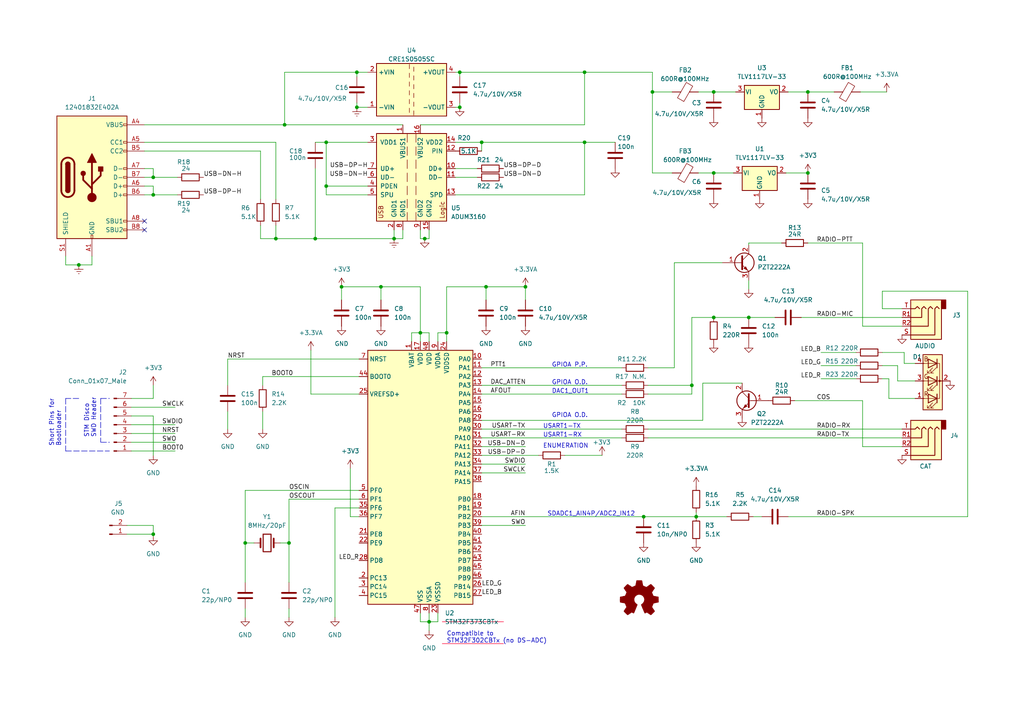
<source format=kicad_sch>
(kicad_sch (version 20211123) (generator eeschema)
  (paper "A4")
  (title_block (title "All-In-One-Cable (AIOC)") (rev "1.0"))
  (lib_symbols
    (symbol "Connector:AudioJack4"
      (property "Reference" "J" (at 0 8.89 0))
      (property "Value" "AudioJack4" (at 0 6.35 0))
      (symbol "AudioJack4_1_1"
        (pin passive line (at 5.08 -2.54 180) (length 2.54) (name "~") (number "R1"))
        (pin passive line (at 5.08 0 180) (length 2.54) (name "~") (number "R2"))
        (pin passive line (at 5.08 2.54 180) (length 2.54) (name "~") (number "S"))
        (pin passive line (at 5.08 -5.08 180) (length 2.54) (name "~") (number "T"))
      )
    )
    (symbol "Connector:Conn_01x02_Male" (pin_names (offset 1.016) hide)
      (property "Reference" "J" (at 0 2.54 0))
      (property "Value" "Conn_01x02_Male" (at 0 -5.08 0))
      (symbol "Conn_01x02_Male_1_1"
        (pin passive line (at 5.08 0 180) (length 3.81) (name "Pin_1") (number "1"))
        (pin passive line (at 5.08 -2.54 180) (length 3.81) (name "Pin_2") (number "2"))
      )
    )
    (symbol "Connector:Conn_01x07_Male" (pin_names (offset 1.016) hide)
      (property "Reference" "J" (at 0 10.16 0))
      (property "Value" "Conn_01x07_Male" (at 0 -10.16 0))
      (symbol "Conn_01x07_Male_1_1"
        (pin passive line (at 5.08 7.62 180) (length 3.81) (name "Pin_1") (number "1"))
        (pin passive line (at 5.08 5.08 180) (length 3.81) (name "Pin_2") (number "2"))
        (pin passive line (at 5.08 2.54 180) (length 3.81) (name "Pin_3") (number "3"))
        (pin passive line (at 5.08 0 180) (length 3.81) (name "Pin_4") (number "4"))
        (pin passive line (at 5.08 -2.54 180) (length 3.81) (name "Pin_5") (number "5"))
        (pin passive line (at 5.08 -5.08 180) (length 3.81) (name "Pin_6") (number "6"))
        (pin passive line (at 5.08 -7.62 180) (length 3.81) (name "Pin_7") (number "7"))
      )
    )
    (symbol "Connector:USB_C_Receptacle_USB2.0" (pin_names (offset 1.016))
      (property "Reference" "J" (at -10.16 19.05 0))
      (property "Value" "USB_C_Receptacle_USB2.0" (at 19.05 19.05 0))
      (symbol "USB_C_Receptacle_USB2.0_1_1"
        (pin passive line (at 0 -22.86 90) (length 5.08) (name "GND") (number "A1"))
        (pin passive line (at 0 -22.86 90) (length 5.08) hide (name "GND") (number "A12"))
        (pin passive line (at 15.24 15.24 180) (length 5.08) (name "VBUS") (number "A4"))
        (pin bidirectional line (at 15.24 10.16 180) (length 5.08) (name "CC1") (number "A5"))
        (pin bidirectional line (at 15.24 -2.54 180) (length 5.08) (name "D+") (number "A6"))
        (pin bidirectional line (at 15.24 2.54 180) (length 5.08) (name "D-") (number "A7"))
        (pin bidirectional line (at 15.24 -12.7 180) (length 5.08) (name "SBU1") (number "A8"))
        (pin passive line (at 15.24 15.24 180) (length 5.08) hide (name "VBUS") (number "A9"))
        (pin passive line (at 0 -22.86 90) (length 5.08) hide (name "GND") (number "B1"))
        (pin passive line (at 0 -22.86 90) (length 5.08) hide (name "GND") (number "B12"))
        (pin passive line (at 15.24 15.24 180) (length 5.08) hide (name "VBUS") (number "B4"))
        (pin bidirectional line (at 15.24 7.62 180) (length 5.08) (name "CC2") (number "B5"))
        (pin bidirectional line (at 15.24 -5.08 180) (length 5.08) (name "D+") (number "B6"))
        (pin bidirectional line (at 15.24 0 180) (length 5.08) (name "D-") (number "B7"))
        (pin bidirectional line (at 15.24 -15.24 180) (length 5.08) (name "SBU2") (number "B8"))
        (pin passive line (at 15.24 15.24 180) (length 5.08) hide (name "VBUS") (number "B9"))
        (pin passive line (at -7.62 -22.86 90) (length 5.08) (name "SHIELD") (number "S1"))
      )
    )
    (symbol "Device:C" (pin_numbers hide) (pin_names (offset 0.254))
      (property "Reference" "C" (at 0.635 2.54 0))
      (property "Value" "C" (at 0.635 -2.54 0))
      (symbol "C_1_1"
        (pin passive line (at 0 3.81 270) (length 2.794) (name "~") (number "1"))
        (pin passive line (at 0 -3.81 90) (length 2.794) (name "~") (number "2"))
      )
    )
    (symbol "Device:Crystal" (pin_numbers hide) (pin_names (offset 1.016) hide)
      (property "Reference" "Y" (at 0 3.81 0))
      (property "Value" "Crystal" (at 0 -3.81 0))
      (symbol "Crystal_1_1"
        (pin passive line (at -3.81 0 0) (length 1.27) (name "1") (number "1"))
        (pin passive line (at 3.81 0 180) (length 1.27) (name "2") (number "2"))
      )
    )
    (symbol "Device:FerriteBead" (pin_numbers hide) (pin_names (offset 0))
      (property "Reference" "FB" (at -3.81 0.635 90))
      (property "Value" "FerriteBead" (at 3.81 0 90))
      (symbol "FerriteBead_1_1"
        (pin passive line (at 0 3.81 270) (length 2.54) (name "~") (number "1"))
        (pin passive line (at 0 -3.81 90) (length 2.54) (name "~") (number "2"))
      )
    )
    (symbol "Device:LED_RKGB" (pin_names (offset 0) hide)
      (property "Reference" "D" (at 0 9.398 0))
      (property "Value" "LED_RKGB" (at 0 -8.89 0))
      (symbol "LED_RKGB_0_0"
        (text "B" (at 1.905 -6.35 0) (effects (font (size 1.27 1.27))))
        (text "G" (at 1.905 -1.27 0) (effects (font (size 1.27 1.27))))
        (text "R" (at 1.905 3.81 0) (effects (font (size 1.27 1.27))))
      )
      (symbol "LED_RKGB_1_1"
        (pin passive line (at 5.08 5.08 180) (length 2.54) (name "RA") (number "1"))
        (pin passive line (at -5.08 0 0) (length 2.54) (name "K") (number "2"))
        (pin passive line (at 5.08 0 180) (length 2.54) (name "GA") (number "3"))
        (pin passive line (at 5.08 -5.08 180) (length 2.54) (name "BA") (number "4"))
      )
    )
    (symbol "Device:R" (pin_numbers hide) (pin_names (offset 0))
      (property "Reference" "R" (at 2.032 0 90))
      (property "Value" "R" (at 0 0 90))
      (symbol "R_1_1"
        (pin passive line (at 0 3.81 270) (length 1.27) (name "~") (number "1"))
        (pin passive line (at 0 -3.81 90) (length 1.27) (name "~") (number "2"))
      )
    )
    (symbol "Graphic:Logo_Open_Hardware_Small" (pin_names (offset 1.016)))
    (symbol "Interface_USB:ADUM3160" (pin_names (offset 1.016))
      (property "Reference" "U" (at -10.16 13.97 0))
      (property "Value" "ADUM3160" (at 3.81 13.97 0))
      (symbol "ADUM3160_0_0"
        (text "Logic" (at 8.89 -12.065 900) (effects (font (size 1.27 1.27)) (justify left)))
      )
      (symbol "ADUM3160_1_0"
        (text "USB" (at -8.89 -12.065 900) (effects (font (size 1.27 1.27)) (justify left)))
      )
      (symbol "ADUM3160_1_1"
        (pin power_in line (at -2.54 15.24 270) (length 2.54) (name "VBUS1") (number "1"))
        (pin bidirectional line (at 12.7 2.54 180) (length 2.54) (name "DD+") (number "10"))
        (pin bidirectional line (at 12.7 0 180) (length 2.54) (name "DD-") (number "11"))
        (pin input line (at 12.7 7.62 180) (length 2.54) (name "PIN") (number "12"))
        (pin input line (at 12.7 -5.08 180) (length 2.54) (name "SPD") (number "13"))
        (pin power_in line (at 12.7 10.16 180) (length 2.54) (name "VDD2") (number "14"))
        (pin power_in line (at 5.08 -15.24 90) (length 2.54) (name "GND2") (number "15"))
        (pin power_in line (at 2.54 15.24 270) (length 2.54) (name "VBUS2") (number "16"))
        (pin power_in line (at -5.08 -15.24 90) (length 2.54) (name "GND1") (number "2"))
        (pin power_in line (at -12.7 10.16 0) (length 2.54) (name "VDD1") (number "3"))
        (pin input line (at -12.7 -2.54 0) (length 2.54) (name "PDEN") (number "4"))
        (pin input line (at -12.7 -5.08 0) (length 2.54) (name "SPU") (number "5"))
        (pin bidirectional line (at -12.7 0 0) (length 2.54) (name "UD-") (number "6"))
        (pin bidirectional line (at -12.7 2.54 0) (length 2.54) (name "UD+") (number "7"))
        (pin power_in line (at -2.54 -15.24 90) (length 2.54) (name "GND1") (number "8"))
        (pin power_in line (at 2.54 -15.24 90) (length 2.54) (name "GND2") (number "9"))
      )
    )
    (symbol "MCU_ST_STM32F3:STM32F373CBTx"
      (property "Reference" "U" (at -15.24 36.83 0))
      (property "Value" "STM32F373CBTx" (at 10.16 36.83 0))
      (symbol "STM32F373CBTx_1_1"
        (pin power_in line (at -2.54 38.1 270) (length 2.54) (name "VBAT") (number "1"))
        (pin bidirectional line (at 17.78 33.02 180) (length 2.54) (name "PA0") (number "10"))
        (pin bidirectional line (at 17.78 30.48 180) (length 2.54) (name "PA1") (number "11"))
        (pin bidirectional line (at 17.78 27.94 180) (length 2.54) (name "PA2") (number "12"))
        (pin bidirectional line (at 17.78 25.4 180) (length 2.54) (name "PA3") (number "13"))
        (pin bidirectional line (at 17.78 22.86 180) (length 2.54) (name "PA4") (number "14"))
        (pin bidirectional line (at 17.78 20.32 180) (length 2.54) (name "PA5") (number "15"))
        (pin bidirectional line (at 17.78 17.78 180) (length 2.54) (name "PA6") (number "16"))
        (pin power_in line (at 0 38.1 270) (length 2.54) (name "VDD") (number "17"))
        (pin bidirectional line (at 17.78 -7.62 180) (length 2.54) (name "PB0") (number "18"))
        (pin bidirectional line (at 17.78 -10.16 180) (length 2.54) (name "PB1") (number "19"))
        (pin bidirectional line (at -17.78 -30.48 0) (length 2.54) (name "PC13") (number "2"))
        (pin bidirectional line (at 17.78 -12.7 180) (length 2.54) (name "PB2") (number "20"))
        (pin bidirectional line (at -17.78 -17.78 0) (length 2.54) (name "PE8") (number "21"))
        (pin bidirectional line (at -17.78 -20.32 0) (length 2.54) (name "PE9") (number "22"))
        (pin power_in line (at 5.08 -40.64 90) (length 2.54) (name "VSSSD") (number "23"))
        (pin power_in line (at 7.62 38.1 270) (length 2.54) (name "VDDSD") (number "24"))
        (pin power_in line (at -17.78 22.86 0) (length 2.54) (name "VREFSD+") (number "25"))
        (pin bidirectional line (at 17.78 -33.02 180) (length 2.54) (name "PB14") (number "26"))
        (pin bidirectional line (at 17.78 -35.56 180) (length 2.54) (name "PB15") (number "27"))
        (pin bidirectional line (at -17.78 -25.4 0) (length 2.54) (name "PD8") (number "28"))
        (pin bidirectional line (at 17.78 15.24 180) (length 2.54) (name "PA8") (number "29"))
        (pin bidirectional line (at -17.78 -33.02 0) (length 2.54) (name "PC14") (number "3"))
        (pin bidirectional line (at 17.78 12.7 180) (length 2.54) (name "PA9") (number "30"))
        (pin bidirectional line (at 17.78 10.16 180) (length 2.54) (name "PA10") (number "31"))
        (pin bidirectional line (at 17.78 7.62 180) (length 2.54) (name "PA11") (number "32"))
        (pin bidirectional line (at 17.78 5.08 180) (length 2.54) (name "PA12") (number "33"))
        (pin bidirectional line (at 17.78 2.54 180) (length 2.54) (name "PA13") (number "34"))
        (pin bidirectional line (at -17.78 -10.16 0) (length 2.54) (name "PF6") (number "35"))
        (pin bidirectional line (at -17.78 -12.7 0) (length 2.54) (name "PF7") (number "36"))
        (pin bidirectional line (at 17.78 0 180) (length 2.54) (name "PA14") (number "37"))
        (pin bidirectional line (at 17.78 -2.54 180) (length 2.54) (name "PA15") (number "38"))
        (pin bidirectional line (at 17.78 -15.24 180) (length 2.54) (name "PB3") (number "39"))
        (pin bidirectional line (at -17.78 -35.56 0) (length 2.54) (name "PC15") (number "4"))
        (pin bidirectional line (at 17.78 -17.78 180) (length 2.54) (name "PB4") (number "40"))
        (pin bidirectional line (at 17.78 -20.32 180) (length 2.54) (name "PB5") (number "41"))
        (pin bidirectional line (at 17.78 -22.86 180) (length 2.54) (name "PB6") (number "42"))
        (pin bidirectional line (at 17.78 -25.4 180) (length 2.54) (name "PB7") (number "43"))
        (pin input line (at -17.78 27.94 0) (length 2.54) (name "BOOT0") (number "44"))
        (pin bidirectional line (at 17.78 -27.94 180) (length 2.54) (name "PB8") (number "45"))
        (pin bidirectional line (at 17.78 -30.48 180) (length 2.54) (name "PB9") (number "46"))
        (pin power_in line (at 0 -40.64 90) (length 2.54) (name "VSS") (number "47"))
        (pin power_in line (at 2.54 38.1 270) (length 2.54) (name "VDD") (number "48"))
        (pin input line (at -17.78 -5.08 0) (length 2.54) (name "PF0") (number "5"))
        (pin input line (at -17.78 -7.62 0) (length 2.54) (name "PF1") (number "6"))
        (pin input line (at -17.78 33.02 0) (length 2.54) (name "NRST") (number "7"))
        (pin power_in line (at 2.54 -40.64 90) (length 2.54) (name "VSSA") (number "8"))
        (pin power_in line (at 5.08 38.1 270) (length 2.54) (name "VDDA") (number "9"))
      )
    )
    (symbol "Regulator_Linear:TLV1117-33" (pin_names (offset 0.254))
      (property "Reference" "U" (at -3.81 3.175 0))
      (property "Value" "TLV1117-33" (at 0 3.175 0))
      (symbol "TLV1117-33_1_1"
        (pin power_in line (at 0 -7.62 90) (length 2.54) (name "GND") (number "1"))
        (pin power_out line (at 7.62 0 180) (length 2.54) (name "VO") (number "2"))
        (pin power_in line (at -7.62 0 0) (length 2.54) (name "VI") (number "3"))
      )
    )
    (symbol "Regulator_Switching:CRE1S0505SC"
      (property "Reference" "U" (at -8.89 8.89 0))
      (property "Value" "CRE1S0505SC" (at 2.54 8.89 0))
      (symbol "CRE1S0505SC_1_1"
        (pin power_in line (at -12.7 -5.08 0) (length 2.54) (name "-VIN") (number "1"))
        (pin power_in line (at -12.7 5.08 0) (length 2.54) (name "+VIN") (number "2"))
        (pin power_out line (at 12.7 -5.08 180) (length 2.54) (name "-VOUT") (number "3"))
        (pin power_out line (at 12.7 5.08 180) (length 2.54) (name "+VOUT") (number "4"))
      )
    )
    (symbol "Transistor_BJT:PZT2222A" (pin_names (offset 0) hide)
      (property "Reference" "Q" (at 5.08 1.905 0))
      (property "Value" "PZT2222A" (at 5.08 0 0))
      (symbol "PZT2222A_1_1"
        (pin input line (at -5.08 0 0) (length 5.08) (name "B") (number "1"))
        (pin passive line (at 2.54 5.08 270) (length 2.54) (name "C") (number "2"))
        (pin passive line (at 2.54 -5.08 90) (length 2.54) (name "E") (number "3"))
      )
    )
    (symbol "power:+3.3VA" (power) (pin_names (offset 0))
      (property "Value" "+3.3VA" (at 0 3.556 0))
      (symbol "+3.3VA_1_1"
        (pin power_in line (at 0 0 90) (length 0) hide (name "+3.3VA") (number "1"))
      )
    )
    (symbol "power:+3V3" (power) (pin_names (offset 0))
      (property "Value" "+3V3" (at 0 3.556 0))
      (symbol "+3V3_1_1"
        (pin power_in line (at 0 0 90) (length 0) hide (name "+3V3") (number "1"))
      )
    )
    (symbol "power:GND" (power) (pin_names (offset 0))
      (property "Value" "GND" (at 0 -3.81 0))
      (symbol "GND_1_1"
        (pin power_in line (at 0 0 270) (length 0) hide (name "GND") (number "1"))
      )
    )
    (symbol "power:GNDREF" (power) (pin_names (offset 0))
      (property "Value" "GNDREF" (at 0 -3.81 0))
      (symbol "GNDREF_1_1"
        (pin power_in line (at 0 0 270) (length 0) hide (name "GNDREF") (number "1"))
      )
    )
  )
  (junction (at 44.45 154.94))
  (junction (at 123.19 69.215))
  (junction (at 44.45 56.515))
  (junction (at 133.35 20.955))
  (junction (at 169.545 41.275))
  (junction (at 22.86 76.835))
  (junction (at 139.7 41.275))
  (junction (at 129.54 96.52))
  (junction (at 207.01 50.165))
  (junction (at 207.01 26.67))
  (junction (at 103.505 31.115))
  (junction (at 44.45 51.435))
  (junction (at 140.97 83.185))
  (junction (at 94.615 41.275))
  (junction (at 189.23 26.67))
  (junction (at 201.93 149.86))
  (junction (at 114.3 69.215))
  (junction (at 91.44 69.215))
  (junction (at 94.615 53.975))
  (junction (at 82.55 36.195))
  (junction (at 121.92 96.52))
  (junction (at 152.4 83.185))
  (junction (at 207.01 92.075))
  (junction (at 234.315 50.165))
  (junction (at 217.17 92.075))
  (junction (at 99.06 83.185))
  (junction (at 110.49 83.185))
  (junction (at 71.12 157.48))
  (junction (at 133.35 31.115))
  (junction (at 124.46 180.34))
  (junction (at 169.545 20.955))
  (junction (at 186.69 149.86))
  (junction (at 83.82 157.48))
  (junction (at 200.66 111.76))
  (junction (at 103.505 20.955))
  (junction (at 234.315 26.67))
  (junction (at 80.01 69.215))
  (no_connect (at 41.91 66.675))
  (no_connect (at 41.91 64.135))
  (wire (pts (xy 200.66 114.3) (xy 200.66 111.76)))
  (wire (pts (xy 121.92 83.185) (xy 110.49 83.185)))
  (wire (pts (xy 124.46 180.34) (xy 124.46 182.88)))
  (wire (pts (xy 121.92 99.06) (xy 121.92 96.52)))
  (wire (pts (xy 250.19 94.615) (xy 250.19 70.485)))
  (wire (pts (xy 44.45 56.515) (xy 51.435 56.515)))
  (wire (pts (xy 82.55 20.955) (xy 103.505 20.955)))
  (wire (pts (xy 124.46 96.52) (xy 124.46 99.06)))
  (wire (pts (xy 139.7 137.16) (xy 152.4 137.16)))
  (wire (pts (xy 169.545 56.515) (xy 169.545 41.275)))
  (wire (pts (xy 195.58 106.68) (xy 195.58 76.2)))
  (wire (pts (xy 280.67 149.86) (xy 280.67 84.455)))
  (wire (pts (xy 202.565 26.67) (xy 207.01 26.67)))
  (wire (pts (xy 83.82 144.78) (xy 83.82 157.48)))
  (wire (pts (xy 163.83 132.08) (xy 174.625 132.08)))
  (wire (pts (xy 66.04 104.14) (xy 66.04 111.76)))
  (wire (pts (xy 91.44 48.895) (xy 91.44 69.215)))
  (wire (pts (xy 41.91 41.275) (xy 80.01 41.275)))
  (wire (pts (xy 121.92 66.675) (xy 121.92 69.215)))
  (wire (pts (xy 217.17 71.12) (xy 217.17 70.485)))
  (wire (pts (xy 139.7 41.275) (xy 169.545 41.275)))
  (wire (pts (xy 140.97 83.185) (xy 140.97 86.995)))
  (wire (pts (xy 132.08 20.955) (xy 133.35 20.955)))
  (polyline (pts (xy 22.86 115.57) (xy 19.05 115.57)))
  (wire (pts (xy 80.01 69.215) (xy 75.565 69.215)))
  (wire (pts (xy 80.01 65.405) (xy 80.01 69.215)))
  (wire (pts (xy 189.23 50.165) (xy 194.945 50.165)))
  (wire (pts (xy 103.505 31.115) (xy 106.68 31.115)))
  (wire (pts (xy 44.45 152.4) (xy 44.45 154.94)))
  (wire (pts (xy 132.08 51.435) (xy 138.43 51.435)))
  (wire (pts (xy 257.81 109.855) (xy 255.905 109.855)))
  (wire (pts (xy 127 96.52) (xy 127 99.06)))
  (wire (pts (xy 94.615 53.975) (xy 94.615 56.515)))
  (wire (pts (xy 132.08 41.275) (xy 139.7 41.275)))
  (wire (pts (xy 121.92 69.215) (xy 123.19 69.215)))
  (wire (pts (xy 66.04 119.38) (xy 66.04 124.46)))
  (wire (pts (xy 80.01 41.275) (xy 80.01 57.785)))
  (wire (pts (xy 152.4 83.185) (xy 152.4 86.995)))
  (wire (pts (xy 104.14 104.14) (xy 66.04 104.14)))
  (polyline (pts (xy 29.21 115.57) (xy 29.21 128.27)))
  (wire (pts (xy 187.96 114.3) (xy 200.66 114.3)))
  (wire (pts (xy 38.1 115.57) (xy 44.45 115.57)))
  (polyline (pts (xy 19.05 130.81) (xy 31.75 130.81)))
  (wire (pts (xy 128.27 180.34) (xy 146.05 180.34)) (stroke (width 0) (color 255 0 51 1)))
  (wire (pts (xy 123.19 69.215) (xy 124.46 69.215)))
  (wire (pts (xy 44.45 115.57) (xy 44.45 111.76)))
  (wire (pts (xy 38.1 128.27) (xy 50.8 128.27)))
  (wire (pts (xy 250.19 129.54) (xy 261.62 129.54)))
  (wire (pts (xy 217.17 81.28) (xy 217.17 83.82)))
  (wire (pts (xy 71.12 157.48) (xy 73.66 157.48)))
  (wire (pts (xy 121.92 177.8) (xy 121.92 180.34)))
  (wire (pts (xy 44.45 154.94) (xy 44.45 155.575)))
  (wire (pts (xy 228.6 26.67) (xy 234.315 26.67)))
  (wire (pts (xy 97.155 147.32) (xy 97.155 179.07)))
  (wire (pts (xy 238.125 106.045) (xy 248.285 106.045)))
  (wire (pts (xy 194.945 26.67) (xy 189.23 26.67)))
  (wire (pts (xy 19.05 74.295) (xy 19.05 76.835)))
  (wire (pts (xy 71.12 157.48) (xy 71.12 168.91)))
  (wire (pts (xy 250.19 116.205) (xy 250.19 129.54)))
  (wire (pts (xy 202.565 50.165) (xy 207.01 50.165)))
  (wire (pts (xy 103.505 20.955) (xy 106.68 20.955)))
  (wire (pts (xy 110.49 83.185) (xy 110.49 86.995)))
  (wire (pts (xy 139.7 134.62) (xy 152.4 134.62)))
  (wire (pts (xy 71.12 142.24) (xy 71.12 157.48)))
  (wire (pts (xy 217.17 92.075) (xy 224.79 92.075)))
  (wire (pts (xy 139.7 127) (xy 180.34 127)))
  (wire (pts (xy 75.565 43.815) (xy 75.565 57.785)))
  (wire (pts (xy 203.835 121.92) (xy 139.7 121.92)))
  (wire (pts (xy 121.92 96.52) (xy 124.46 96.52)))
  (wire (pts (xy 232.41 92.075) (xy 261.62 92.075)))
  (wire (pts (xy 76.2 119.38) (xy 76.2 124.46)))
  (wire (pts (xy 83.82 176.53) (xy 83.82 179.07)))
  (wire (pts (xy 187.96 127) (xy 261.62 127)))
  (wire (pts (xy 44.45 120.65) (xy 44.45 132.08)))
  (wire (pts (xy 139.7 152.4) (xy 152.4 152.4)))
  (wire (pts (xy 119.38 96.52) (xy 121.92 96.52)))
  (wire (pts (xy 189.23 26.67) (xy 189.23 50.165)))
  (wire (pts (xy 227.965 50.165) (xy 234.315 50.165)))
  (wire (pts (xy 195.58 76.2) (xy 209.55 76.2)))
  (polyline (pts (xy 29.21 128.27) (xy 31.75 128.27)))
  (wire (pts (xy 38.1 125.73) (xy 50.8 125.73)))
  (wire (pts (xy 41.91 36.195) (xy 82.55 36.195)))
  (wire (pts (xy 119.38 99.06) (xy 119.38 96.52)))
  (wire (pts (xy 132.08 56.515) (xy 169.545 56.515)))
  (wire (pts (xy 41.91 53.975) (xy 44.45 53.975)))
  (wire (pts (xy 265.43 105.41) (xy 262.255 105.41)))
  (wire (pts (xy 76.2 109.22) (xy 76.2 111.76)))
  (wire (pts (xy 94.615 41.275) (xy 106.68 41.275)))
  (wire (pts (xy 38.1 118.11) (xy 50.8 118.11)))
  (wire (pts (xy 260.35 110.49) (xy 260.35 106.045)))
  (wire (pts (xy 103.505 22.225) (xy 103.505 20.955)))
  (wire (pts (xy 124.46 177.8) (xy 124.46 180.34)))
  (wire (pts (xy 80.01 69.215) (xy 91.44 69.215)))
  (wire (pts (xy 139.7 106.68) (xy 180.34 106.68)))
  (wire (pts (xy 41.91 51.435) (xy 44.45 51.435)))
  (wire (pts (xy 41.91 56.515) (xy 44.45 56.515)))
  (wire (pts (xy 260.35 106.045) (xy 255.905 106.045)))
  (wire (pts (xy 104.14 147.32) (xy 97.155 147.32)))
  (wire (pts (xy 255.905 84.455) (xy 255.905 89.535)))
  (wire (pts (xy 203.835 111.125) (xy 203.835 121.92)))
  (wire (pts (xy 114.3 69.215) (xy 116.84 69.215)))
  (wire (pts (xy 81.28 157.48) (xy 83.82 157.48)))
  (wire (pts (xy 169.545 36.195) (xy 169.545 20.955)))
  (wire (pts (xy 189.23 20.955) (xy 189.23 26.67)))
  (wire (pts (xy 200.66 92.075) (xy 207.01 92.075)))
  (wire (pts (xy 228.6 149.86) (xy 280.67 149.86)))
  (wire (pts (xy 127 177.8) (xy 127 180.34)))
  (wire (pts (xy 19.05 76.835) (xy 22.86 76.835)))
  (wire (pts (xy 139.7 124.46) (xy 180.34 124.46)))
  (wire (pts (xy 133.35 22.225) (xy 133.35 20.955)))
  (wire (pts (xy 103.505 31.115) (xy 103.505 29.845)))
  (wire (pts (xy 217.17 70.485) (xy 226.695 70.485)))
  (wire (pts (xy 101.6 135.89) (xy 101.6 149.86)))
  (wire (pts (xy 104.14 109.22) (xy 76.2 109.22)))
  (wire (pts (xy 129.54 83.185) (xy 129.54 96.52)))
  (wire (pts (xy 261.62 94.615) (xy 250.19 94.615)))
  (wire (pts (xy 91.44 41.275) (xy 94.615 41.275)))
  (wire (pts (xy 129.54 83.185) (xy 140.97 83.185)))
  (wire (pts (xy 201.93 149.86) (xy 210.82 149.86)))
  (wire (pts (xy 187.96 111.76) (xy 200.66 111.76)))
  (wire (pts (xy 238.125 109.855) (xy 248.285 109.855)))
  (wire (pts (xy 200.66 92.075) (xy 200.66 111.76)))
  (wire (pts (xy 280.67 84.455) (xy 255.905 84.455)))
  (wire (pts (xy 83.82 144.78) (xy 104.14 144.78)))
  (wire (pts (xy 201.93 148.59) (xy 201.93 149.86)))
  (wire (pts (xy 94.615 56.515) (xy 106.68 56.515)))
  (wire (pts (xy 121.92 36.195) (xy 169.545 36.195)))
  (wire (pts (xy 218.44 149.86) (xy 220.98 149.86)))
  (wire (pts (xy 83.82 157.48) (xy 83.82 168.91)))
  (wire (pts (xy 44.45 51.435) (xy 51.435 51.435)))
  (wire (pts (xy 265.43 115.57) (xy 257.81 115.57)))
  (wire (pts (xy 238.125 102.235) (xy 248.285 102.235)))
  (wire (pts (xy 139.7 41.275) (xy 139.7 43.815)))
  (wire (pts (xy 230.505 116.205) (xy 250.19 116.205)))
  (wire (pts (xy 207.01 26.67) (xy 213.36 26.67)))
  (wire (pts (xy 44.45 120.65) (xy 38.1 120.65)))
  (wire (pts (xy 91.44 69.215) (xy 114.3 69.215)))
  (wire (pts (xy 104.14 149.86) (xy 101.6 149.86)))
  (wire (pts (xy 71.12 176.53) (xy 71.12 179.07)))
  (wire (pts (xy 169.545 20.955) (xy 189.23 20.955)))
  (wire (pts (xy 234.315 26.67) (xy 241.935 26.67)))
  (wire (pts (xy 41.91 48.895) (xy 44.45 48.895)))
  (wire (pts (xy 75.565 65.405) (xy 75.565 69.215)))
  (wire (pts (xy 90.17 114.3) (xy 104.14 114.3)))
  (wire (pts (xy 121.92 83.185) (xy 121.92 96.52)))
  (wire (pts (xy 255.905 89.535) (xy 261.62 89.535)))
  (wire (pts (xy 250.19 70.485) (xy 234.315 70.485)))
  (wire (pts (xy 129.54 96.52) (xy 127 96.52)))
  (wire (pts (xy 257.81 115.57) (xy 257.81 109.855)))
  (polyline (pts (xy 19.05 115.57) (xy 19.05 130.81)))
  (wire (pts (xy 127 180.34) (xy 124.46 180.34)))
  (polyline (pts (xy 29.21 115.57) (xy 31.75 115.57)))
  (wire (pts (xy 215.265 111.125) (xy 203.835 111.125)))
  (wire (pts (xy 187.96 124.46) (xy 261.62 124.46)))
  (wire (pts (xy 139.7 111.76) (xy 180.34 111.76)))
  (wire (pts (xy 44.45 53.975) (xy 44.45 56.515)))
  (wire (pts (xy 22.86 76.835) (xy 26.67 76.835)))
  (wire (pts (xy 139.7 129.54) (xy 152.4 129.54)))
  (wire (pts (xy 41.91 43.815) (xy 75.565 43.815)))
  (wire (pts (xy 94.615 41.275) (xy 94.615 53.975)))
  (wire (pts (xy 114.3 69.215) (xy 114.3 66.675)))
  (wire (pts (xy 128.27 186.69) (xy 146.05 186.69)) (stroke (width 0) (color 255 0 51 1)))
  (wire (pts (xy 44.45 48.895) (xy 44.45 51.435)))
  (wire (pts (xy 133.35 29.845) (xy 133.35 31.115)))
  (wire (pts (xy 132.08 31.115) (xy 133.35 31.115)))
  (wire (pts (xy 139.7 114.3) (xy 180.34 114.3)))
  (wire (pts (xy 129.54 99.06) (xy 129.54 96.52)))
  (wire (pts (xy 249.555 26.67) (xy 257.175 26.67)))
  (wire (pts (xy 94.615 53.975) (xy 106.68 53.975)))
  (wire (pts (xy 124.46 180.34) (xy 121.92 180.34)))
  (wire (pts (xy 132.08 48.895) (xy 138.43 48.895)))
  (wire (pts (xy 140.97 83.185) (xy 152.4 83.185)))
  (wire (pts (xy 36.83 152.4) (xy 44.45 152.4)))
  (wire (pts (xy 99.06 83.185) (xy 99.06 86.995)))
  (wire (pts (xy 36.83 154.94) (xy 44.45 154.94)))
  (wire (pts (xy 110.49 83.185) (xy 99.06 83.185)))
  (wire (pts (xy 26.67 74.295) (xy 26.67 76.835)))
  (wire (pts (xy 265.43 110.49) (xy 260.35 110.49)))
  (wire (pts (xy 71.12 142.24) (xy 104.14 142.24)))
  (wire (pts (xy 262.255 102.235) (xy 255.905 102.235)))
  (wire (pts (xy 116.84 69.215) (xy 116.84 66.675)))
  (wire (pts (xy 186.69 149.86) (xy 201.93 149.86)))
  (wire (pts (xy 262.255 105.41) (xy 262.255 102.235)))
  (wire (pts (xy 139.7 149.86) (xy 186.69 149.86)))
  (wire (pts (xy 38.1 130.81) (xy 50.8 130.81)))
  (wire (pts (xy 139.7 132.08) (xy 156.21 132.08)))
  (wire (pts (xy 124.46 69.215) (xy 124.46 66.675)))
  (wire (pts (xy 82.55 20.955) (xy 82.55 36.195)))
  (wire (pts (xy 207.01 92.075) (xy 217.17 92.075)))
  (wire (pts (xy 207.01 50.165) (xy 212.725 50.165)))
  (wire (pts (xy 169.545 41.275) (xy 178.435 41.275)))
  (wire (pts (xy 82.55 36.195) (xy 116.84 36.195)))
  (wire (pts (xy 187.96 106.68) (xy 195.58 106.68)))
  (wire (pts (xy 38.1 123.19) (xy 50.8 123.19)))
  (wire (pts (xy 90.17 101.6) (xy 90.17 114.3)))
  (wire (pts (xy 133.35 20.955) (xy 169.545 20.955)))
  (text "GPIOA O.D." (at 160.02 121.285 0) (effects (font (size 1.27 1.27)) (justify left bottom)))
  (text "STM Disco\nSWD Header" (at 27.94 127 90) (effects (font (size 1.27 1.27)) (justify left bottom)))
  (text "Short Pins for\nBootloader" (at 17.78 129.54 90) (effects (font (size 1.27 1.27)) (justify left bottom)))
  (text "SDADC1_AIN4P/ADC2_IN12" (at 158.75 149.86 0) (effects (font (size 1.27 1.27)) (justify left bottom)))
  (text "USART1-TX" (at 157.48 124.46 0) (effects (font (size 1.27 1.27)) (justify left bottom)))
  (text "GPIOA P.P." (at 160.02 106.68 0) (effects (font (size 1.27 1.27)) (justify left bottom)))
  (text "ENUMERATION" (at 157.48 130.175 0) (effects (font (size 1.27 1.27)) (justify left bottom)))
  (text "DAC1_OUT1" (at 160.02 114.3 0) (effects (font (size 1.27 1.27)) (justify left bottom)))
  (text "GPIOA O.D." (at 160.02 111.76 0) (effects (font (size 1.27 1.27)) (justify left bottom)))
  (text "Compatible to \nSTM32F302CBTx (no DS-ADC)" (at 129.54 186.69 0) (effects (font (size 1.27 1.27)) (justify left bottom)))
  (text "USART1-RX" (at 157.48 127 0) (effects (font (size 1.27 1.27)) (justify left bottom)))
  (label "LED_G" (at 139.7 170.18 0))
  (label "OSCIN" (at 83.82 142.24 0))
  (label "AFIN" (at 152.4 149.86 180))
  (label "NRST" (at 66.04 104.14 0))
  (label "LED_B" (at 238.125 102.235 180))
  (label "SWO" (at 46.99 128.27 0))
  (label "SWO" (at 152.4 152.4 180))
  (label "SWDIO" (at 152.4 134.62 180))
  (label "USB-DN-H" (at 59.055 51.435 0))
  (label "OSCOUT" (at 83.82 144.78 0))
  (label "USB-DP-H" (at 59.055 56.515 0))
  (label "BOOT0" (at 78.74 109.22 0))
  (label "USART-RX" (at 152.4 127 180))
  (label "SWDIO" (at 46.99 123.19 0))
  (label "USB-DP-D" (at 152.4 132.08 180))
  (label "PTT1" (at 142.24 106.68 0))
  (label "LED_B" (at 139.7 172.72 0))
  (label "COS" (at 236.855 116.205 0))
  (label "USB-DP-D" (at 146.05 48.895 0))
  (label "AFOUT" (at 142.24 114.3 0))
  (label "USB-DN-D" (at 146.05 51.435 0))
  (label "SWCLK" (at 46.99 118.11 0))
  (label "RADIO-RX" (at 236.855 124.46 0))
  (label "RADIO-MIC" (at 236.855 92.075 0))
  (label "RADIO-PTT" (at 236.855 70.485 0))
  (label "LED_R" (at 238.125 109.855 180))
  (label "USB-DP-H" (at 106.68 48.895 180))
  (label "USART-TX" (at 152.4 124.46 180))
  (label "USB-DN-H" (at 106.68 51.435 180))
  (label "SWCLK" (at 152.4 137.16 180))
  (label "BOOT0" (at 46.99 130.81 0))
  (label "NRST" (at 46.99 125.73 0))
  (label "RADIO-SPK" (at 236.855 149.86 0))
  (label "LED_R" (at 104.14 162.56 180))
  (label "DAC_ATTEN" (at 142.24 111.76 0))
  (label "LED_G" (at 238.125 106.045 180))
  (label "USB-DN-D" (at 152.4 129.54 180))
  (label "RADIO-TX" (at 236.855 127 0))
  (symbol (lib_id "Device:R") (at 184.15 124.46 270) (unit 1)
    (property "Reference" "R8" (at 184.15 119.38 90))
    (property "Value" "220R" (at 184.15 121.92 90))
    (property "Footprint" "Resistor_SMD:R_0805_2012Metric" (effects hide))
  )
  (symbol (lib_id "Device:R") (at 142.24 48.895 270) (unit 1)
    (property "Reference" "R21" (at 142.24 46.355 90) (effects (justify right)))
    (property "Value" "24" (at 146.05 46.355 90) (effects (justify right)))
    (property "Footprint" "Resistor_SMD:R_0805_2012Metric" (effects hide))
  )
  (symbol (lib_id "power:+3V3") (at 174.625 132.08 0) (unit 1)
    (property "Reference" "#PWR07" (effects hide))
    (property "Value" "+3V3" (at 177.165 128.27 0) (effects (justify right)))
  )
  (symbol (lib_id "Device:C") (at 133.35 26.035 0) (unit 1)
    (property "Reference" "C17" (at 137.16 24.7649 0) (effects (justify left)))
    (property "Value" "4.7u/10V/X5R" (at 137.16 27.305 0) (effects (justify left)))
    (property "Footprint" "Capacitor_SMD:C_0805_2012Metric" (effects hide))
  )
  (symbol (lib_id "power:GND") (at 99.06 94.615 0) (mirror y) (unit 1)
    (property "Reference" "#PWR0115" (effects hide))
    (property "Value" "GND" (at 99.06 99.695 0))
  )
  (symbol (lib_id "Device:R") (at 252.095 102.235 270) (unit 1)
    (property "Reference" "R12" (at 241.3 100.965 90))
    (property "Value" "220R" (at 246.38 100.965 90))
    (property "Footprint" "Resistor_SMD:R_0805_2012Metric" (effects hide))
  )
  (symbol (lib_id "power:+3.3VA") (at 257.175 26.67 0) (unit 1)
    (property "Reference" "#PWR0109" (effects hide))
    (property "Value" "+3.3VA" (at 257.175 21.59 0))
  )
  (symbol (lib_id "Regulator_Switching:CRE1S0505SC") (at 119.38 26.035 0) (unit 1)
    (property "Reference" "U4" (at 119.38 14.605 0))
    (property "Value" "CRE1S0505SC" (at 119.38 17.145 0))
    (property "Footprint" "Converter_DCDC:Converter_DCDC_Murata_CRE1xxxxxxSC_THT" (effects hide))
    (property "Datasheet" "http://power.murata.com/datasheet?/data/power/ncl/kdc_cre1.pdf" (effects hide))
  )
  (symbol (lib_id "Device:R") (at 214.63 149.86 90) (unit 1)
    (property "Reference" "R5" (at 214.63 143.51 90))
    (property "Value" "2.2K" (at 214.63 146.05 90))
    (property "Footprint" "Resistor_SMD:R_0805_2012Metric" (effects hide))
  )
  (symbol (lib_id "Graphic:Logo_Open_Hardware_Small") (at 185.42 173.99 0) (unit 1)
    (property "Reference" "#LOGO1" (effects hide))
    (property "Value" "Logo_Open_Hardware_Small" (effects hide))
  )
  (symbol (lib_id "Device:R") (at 55.245 51.435 270) (unit 1)
    (property "Reference" "R18" (at 55.245 46.99 90) (effects (justify right)))
    (property "Value" "24" (at 55.245 48.895 90) (effects (justify right)))
    (property "Footprint" "Resistor_SMD:R_0805_2012Metric" (effects hide))
  )
  (symbol (lib_id "power:+3V3") (at 234.315 50.165 0) (unit 1)
    (property "Reference" "#PWR0108" (effects hide))
    (property "Value" "+3V3" (at 234.315 45.085 0))
  )
  (symbol (lib_id "Device:R") (at 184.15 111.76 270) (unit 1)
    (property "Reference" "R17" (at 180.34 109.22 90))
    (property "Value" "N.M." (at 185.42 109.22 90))
    (property "Footprint" "Resistor_SMD:R_0805_2012Metric" (effects hide))
  )
  (symbol (lib_id "Regulator_Linear:TLV1117-33") (at 220.98 26.67 0) (unit 1)
    (property "Reference" "U3" (at 220.98 19.685 0))
    (property "Value" "TLV1117LV-33" (at 220.98 22.225 0))
    (property "Footprint" "Package_TO_SOT_SMD:SOT-223-3_TabPin2" (effects hide))
    (property "Datasheet" "https://www.ti.com/lit/ds/symlink/tlv1117lv.pdf" (effects hide))
  )
  (symbol (lib_id "Device:R") (at 142.24 51.435 270) (unit 1)
    (property "Reference" "R22" (at 142.24 53.975 90) (effects (justify right)))
    (property "Value" "24" (at 146.05 53.975 90) (effects (justify right)))
    (property "Footprint" "Resistor_SMD:R_0805_2012Metric" (effects hide))
  )
  (symbol (lib_id "power:GND") (at 66.04 124.46 0) (mirror y) (unit 1)
    (property "Reference" "#PWR0121" (effects hide))
    (property "Value" "GND" (at 66.04 129.54 0))
  )
  (symbol (lib_id "power:GND") (at 207.01 57.785 0) (unit 1)
    (property "Reference" "#PWR0126" (effects hide))
    (property "Value" "GND" (effects hide))
  )
  (symbol (lib_id "Device:R") (at 55.245 56.515 270) (unit 1)
    (property "Reference" "R19" (at 55.245 59.055 90) (effects (justify right)))
    (property "Value" "24" (at 55.245 60.96 90) (effects (justify right)))
    (property "Footprint" "Resistor_SMD:R_0805_2012Metric" (effects hide))
  )
  (symbol (lib_id "Device:R") (at 75.565 61.595 180) (unit 1)
    (property "Reference" "R6" (at 69.85 60.325 0) (effects (justify right)))
    (property "Value" "5.1K" (at 69.85 62.865 0) (effects (justify right)))
    (property "Footprint" "Resistor_SMD:R_0805_2012Metric" (effects hide))
  )
  (symbol (lib_id "MCU_ST_STM32F3:STM32F373CBTx") (at 121.92 137.16 0) (unit 1)
    (property "Reference" "U2" (at 129.0194 177.8 0) (effects (justify left)))
    (property "Value" "STM32F373CBTx" (at 129.0194 180.34 0) (effects (justify left)))
    (property "Footprint" "Package_QFP:LQFP-48_7x7mm_P0.5mm" (effects hide))
    (property "Datasheet" "http://www.st.com/st-web-ui/static/active/en/resource/technical/document/datasheet/DM00046749.pdf" (effects hide))
    (property "LCSC" "C94046" (effects hide))
  )
  (symbol (lib_id "Device:C") (at 217.17 95.885 0) (unit 1)
    (property "Reference" "C12" (at 220.98 94.6149 0) (effects (justify left)))
    (property "Value" "100n" (at 220.98 97.1549 0) (effects (justify left)))
    (property "Footprint" "Capacitor_SMD:C_0805_2012Metric" (effects hide))
  )
  (symbol (lib_id "Device:C") (at 103.505 26.035 0) (unit 1)
    (property "Reference" "C16" (at 97.155 25.4 0) (effects (justify left)))
    (property "Value" "4.7u/10V/X5R" (at 86.36 28.575 0) (effects (justify left)))
    (property "Footprint" "Capacitor_SMD:C_0805_2012Metric" (effects hide))
  )
  (symbol (lib_id "Device:FerriteBead") (at 245.745 26.67 90) (unit 1)
    (property "Reference" "FB1" (at 245.745 19.685 90))
    (property "Value" "600R@100MHz" (at 245.745 22.225 90))
    (property "Footprint" "Inductor_SMD:L_0805_2012Metric" (effects hide))
  )
  (symbol (lib_id "power:+3V3") (at 99.06 83.185 0) (unit 1)
    (property "Reference" "#PWR0113" (effects hide))
    (property "Value" "+3V3" (at 99.06 78.105 0))
  )
  (symbol (lib_id "power:+3.3VA") (at 152.4 83.185 0) (unit 1)
    (property "Reference" "#PWR0112" (effects hide))
    (property "Value" "+3.3VA" (at 152.4 78.105 0))
  )
  (symbol (lib_id "Device:C") (at 71.12 172.72 0) (unit 1)
    (property "Reference" "C1" (at 58.42 171.45 0) (effects (justify left)))
    (property "Value" "22p/NP0" (at 58.42 173.99 0) (effects (justify left)))
    (property "Footprint" "Capacitor_SMD:C_0805_2012Metric" (effects hide))
  )
  (symbol (lib_id "Device:C") (at 228.6 92.075 90) (unit 1)
    (property "Reference" "C13" (at 228.6 84.455 90))
    (property "Value" "4.7u/10V/X5R" (at 228.6 86.995 90))
    (property "Footprint" "Capacitor_SMD:C_0805_2012Metric" (effects hide))
  )
  (symbol (lib_id "Device:FerriteBead") (at 198.755 50.165 270) (unit 1)
    (property "Reference" "FB3" (at 198.755 43.815 90))
    (property "Value" "600R@100MHz" (at 199.39 46.355 90))
    (property "Footprint" "Inductor_SMD:L_0805_2012Metric" (effects hide))
  )
  (symbol (lib_id "Device:R") (at 252.095 106.045 270) (unit 1)
    (property "Reference" "R15" (at 241.3 104.775 90))
    (property "Value" "220R" (at 246.38 104.775 90))
    (property "Footprint" "Resistor_SMD:R_0805_2012Metric" (effects hide))
  )
  (symbol (lib_id "power:GND") (at 220.345 57.785 0) (unit 1)
    (property "Reference" "#PWR0127" (effects hide))
    (property "Value" "GND" (effects hide))
  )
  (symbol (lib_id "power:GNDREF") (at 114.3 69.215 0) (unit 1)
    (property "Reference" "#PWR0120" (effects hide))
    (property "Value" "GNDREF" (effects hide))
  )
  (symbol (lib_id "power:+3.3VA") (at 201.93 140.97 0) (unit 1)
    (property "Reference" "#PWR08" (effects hide))
    (property "Value" "+3.3VA" (at 201.93 135.89 0))
  )
  (symbol (lib_id "power:GND") (at 124.46 182.88 0) (unit 1)
    (property "Reference" "#PWR0102" (effects hide))
    (property "Value" "GND" (at 124.46 187.96 0))
  )
  (symbol (lib_id "power:GND") (at 44.45 132.08 0) (mirror y) (unit 1)
    (property "Reference" "#PWR0124" (effects hide))
    (property "Value" "GND" (at 44.45 137.16 0))
  )
  (symbol (lib_id "Device:C") (at 207.01 30.48 0) (unit 1)
    (property "Reference" "C3" (at 200.66 29.845 0) (effects (justify left)))
    (property "Value" "4.7u/10V/X5R" (at 189.865 33.02 0) (effects (justify left)))
    (property "Footprint" "Capacitor_SMD:C_0805_2012Metric" (effects hide))
  )
  (symbol (lib_id "power:+3V3") (at 101.6 135.89 0) (unit 1)
    (property "Reference" "#PWR0125" (effects hide))
    (property "Value" "+3V3" (at 101.6 130.81 0))
  )
  (symbol (lib_id "Connector:AudioJack4") (at 266.7 94.615 180) (unit 1)
    (property "Reference" "J3" (at 276.225 91.4399 0) (effects (justify right)))
    (property "Value" "AUDIO" (at 265.43 100.33 0) (effects (justify right)))
    (property "Footprint" "Connector_Audio:Jack_3.5mm_PJ320E_Horizontal" (effects hide))
  )
  (symbol (lib_id "Device:FerriteBead") (at 198.755 26.67 90) (unit 1)
    (property "Reference" "FB2" (at 200.66 20.32 90) (effects (justify left)))
    (property "Value" "600R@100MHz" (at 205.74 22.86 90) (effects (justify left)))
    (property "Footprint" "Inductor_SMD:L_0805_2012Metric" (effects hide))
  )
  (symbol (lib_id "Device:Crystal") (at 77.47 157.48 0) (unit 1)
    (property "Reference" "Y1" (at 77.47 149.86 0))
    (property "Value" "8MHz/20pF" (at 77.47 152.4 0))
    (property "Footprint" "AIOC:Crystal_SMD_5032-2Pin_5.0x3.2mm" (effects hide))
    (property "LCSC" "C115962" (effects hide))
  )
  (symbol (lib_id "Device:R") (at 160.02 132.08 270) (unit 1)
    (property "Reference" "R1" (at 160.02 134.62 90))
    (property "Value" "1.5K" (at 160.02 136.525 90))
    (property "Footprint" "Resistor_SMD:R_0805_2012Metric" (effects hide))
  )
  (symbol (lib_id "Device:C") (at 224.79 149.86 90) (unit 1)
    (property "Reference" "C14" (at 224.79 142.24 90))
    (property "Value" "4.7u/10V/X5R" (at 224.79 144.78 90))
    (property "Footprint" "Capacitor_SMD:C_0805_2012Metric" (effects hide))
  )
  (symbol (lib_id "power:GND") (at 215.265 121.285 0) (unit 1)
    (property "Reference" "#PWR0133" (effects hide))
    (property "Value" "GND" (effects hide))
  )
  (symbol (lib_id "power:GND") (at 133.35 31.115 0) (unit 1)
    (property "Reference" "#PWR0130" (effects hide))
    (property "Value" "GND" (effects hide))
  )
  (symbol (lib_id "Connector:Conn_01x02_Male") (at 31.75 154.94 0) (mirror x) (unit 1)
    (property "Reference" "J5" (at 35.56 146.05 0) (effects (justify right)))
    (property "Value" "GND" (at 36.195 148.59 0) (effects (justify right)))
    (property "Footprint" "Connector_PinHeader_2.54mm:PinHeader_1x02_P2.54mm_Vertical" (effects hide))
  )
  (symbol (lib_id "Device:C") (at 178.435 45.085 0) (mirror y) (unit 1)
    (property "Reference" "C19" (at 179.07 40.005 0) (effects (justify right)))
    (property "Value" "100n" (at 179.07 42.545 0) (effects (justify right)))
    (property "Footprint" "Capacitor_SMD:C_0805_2012Metric" (effects hide))
  )
  (symbol (lib_id "power:+3.3VA") (at 90.17 101.6 0) (unit 1)
    (property "Reference" "#PWR0116" (effects hide))
    (property "Value" "+3.3VA" (at 90.17 96.52 0))
  )
  (symbol (lib_id "Transistor_BJT:PZT2222A") (at 214.63 76.2 0) (unit 1)
    (property "Reference" "Q1" (at 219.71 74.9299 0) (effects (justify left)))
    (property "Value" "PZT2222A" (at 219.71 77.4699 0) (effects (justify left)))
    (property "Footprint" "Package_TO_SOT_SMD:SOT-223-3_TabPin2" (effects hide))
    (property "Datasheet" "https://www.onsemi.com/pub/Collateral/PN2222-D.PDF" (effects hide))
  )
  (symbol (lib_id "Device:C") (at 152.4 90.805 0) (unit 1)
    (property "Reference" "C10" (at 156.21 89.5349 0) (effects (justify left)))
    (property "Value" "4.7u/10V/X5R" (at 156.21 92.0749 0) (effects (justify left)))
    (property "Footprint" "Capacitor_SMD:C_0805_2012Metric" (effects hide))
  )
  (symbol (lib_id "power:GND") (at 217.17 99.695 0) (unit 1)
    (property "Reference" "#PWR04" (effects hide))
    (property "Value" "GND" (effects hide))
  )
  (symbol (lib_id "power:GND") (at 178.435 48.895 0) (unit 1)
    (property "Reference" "#PWR0129" (effects hide))
    (property "Value" "GND" (effects hide))
  )
  (symbol (lib_id "Device:R") (at 184.15 127 270) (unit 1)
    (property "Reference" "R9" (at 184.15 129.54 90))
    (property "Value" "220R" (at 184.15 132.08 90))
    (property "Footprint" "Resistor_SMD:R_0805_2012Metric" (effects hide))
  )
  (symbol (lib_id "Device:C") (at 186.69 153.67 0) (unit 1)
    (property "Reference" "C11" (at 190.5 152.4 0) (effects (justify left)))
    (property "Value" "10n/NP0" (at 190.5 154.9399 0) (effects (justify left)))
    (property "Footprint" "Capacitor_SMD:C_0805_2012Metric" (effects hide))
  )
  (symbol (lib_id "power:GND") (at 110.49 94.615 0) (mirror y) (unit 1)
    (property "Reference" "#PWR0114" (effects hide))
    (property "Value" "GND" (at 110.49 99.695 0))
  )
  (symbol (lib_id "Device:LED_RKGB") (at 270.51 110.49 180) (unit 1)
    (property "Reference" "D1" (at 266.065 103.505 0))
    (property "Value" "LED_RGBK" (effects hide))
    (property "Footprint" "LED_SMD:LED_Kingbright_APFA3010_3x1.5mm_Horizontal" (effects hide))
  )
  (symbol (lib_id "Device:R") (at 80.01 61.595 180) (unit 1)
    (property "Reference" "R7" (at 82.55 60.3249 0) (effects (justify right)))
    (property "Value" "5.1K" (at 82.55 62.865 0) (effects (justify right)))
    (property "Footprint" "Resistor_SMD:R_0805_2012Metric" (effects hide))
  )
  (symbol (lib_id "Transistor_BJT:PZT2222A") (at 217.805 116.205 0) (mirror y) (unit 1)
    (property "Reference" "Q2" (at 222.25 120.015 0) (effects (justify left)))
    (property "Value" "PZT2222A" (at 227.33 122.555 0) (effects (justify left)))
    (property "Footprint" "Package_TO_SOT_SMD:SOT-223-3_TabPin2" (effects hide))
    (property "Datasheet" "https://www.onsemi.com/pub/Collateral/PN2222-D.PDF" (effects hide))
  )
  (symbol (lib_id "power:+3V3") (at 44.45 111.76 0) (unit 1)
    (property "Reference" "#PWR0110" (effects hide))
    (property "Value" "+3V3" (at 44.45 106.68 0))
  )
  (symbol (lib_id "Device:R") (at 184.15 106.68 90) (unit 1)
    (property "Reference" "R11" (at 180.975 104.14 90))
    (property "Value" "2.2K" (at 185.42 104.14 90))
    (property "Footprint" "Resistor_SMD:R_0805_2012Metric" (effects hide))
  )
  (symbol (lib_id "power:GND") (at 234.315 34.29 0) (unit 1)
    (property "Reference" "#PWR0106" (effects hide))
    (property "Value" "GND" (effects hide))
  )
  (symbol (lib_id "power:GND") (at 275.59 110.49 0) (unit 1)
    (property "Reference" "#PWR0134" (effects hide))
    (property "Value" "GND" (effects hide))
  )
  (symbol (lib_id "power:GND") (at 152.4 94.615 0) (unit 1)
    (property "Reference" "#PWR0117" (effects hide))
    (property "Value" "GND" (at 152.4 99.695 0))
  )
  (symbol (lib_id "power:GND") (at 140.97 94.615 0) (unit 1)
    (property "Reference" "#PWR0118" (effects hide))
    (property "Value" "GND" (at 140.97 99.695 0))
  )
  (symbol (lib_id "Device:R") (at 252.095 109.855 270) (unit 1)
    (property "Reference" "R23" (at 241.3 108.585 90))
    (property "Value" "220R" (at 246.38 108.585 90))
    (property "Footprint" "Resistor_SMD:R_0805_2012Metric" (effects hide))
  )
  (symbol (lib_id "power:GND") (at 207.01 99.695 0) (unit 1)
    (property "Reference" "#PWR03" (effects hide))
    (property "Value" "GND" (effects hide))
  )
  (symbol (lib_id "Device:R") (at 184.15 114.3 270) (unit 1)
    (property "Reference" "R2" (at 180.34 116.84 90))
    (property "Value" "10K" (at 185.42 116.84 90))
    (property "Footprint" "Resistor_SMD:R_0805_2012Metric" (effects hide))
  )
  (symbol (lib_id "Device:C") (at 91.44 45.085 0) (mirror y) (unit 1)
    (property "Reference" "C18" (at 83.82 43.815 0) (effects (justify right)))
    (property "Value" "100n" (at 83.82 45.72 0) (effects (justify right)))
    (property "Footprint" "Capacitor_SMD:C_0805_2012Metric" (effects hide))
  )
  (symbol (lib_id "Device:R") (at 201.93 144.78 0) (unit 1)
    (property "Reference" "R16" (at 204.47 143.5099 0) (effects (justify left)))
    (property "Value" "5.1K" (at 204.47 146.0499 0) (effects (justify left)))
    (property "Footprint" "Resistor_SMD:R_0805_2012Metric" (effects hide))
  )
  (symbol (lib_id "Device:R") (at 201.93 153.67 180) (unit 1)
    (property "Reference" "R3" (at 204.47 152.3999 0) (effects (justify right)))
    (property "Value" "5.1K" (at 204.47 154.9399 0) (effects (justify right)))
    (property "Footprint" "Resistor_SMD:R_0805_2012Metric" (effects hide))
  )
  (symbol (lib_id "Interface_USB:ADUM3160") (at 119.38 51.435 0) (unit 1)
    (property "Reference" "U5" (at 130.81 60.325 0) (effects (justify left)))
    (property "Value" "ADUM3160" (at 130.81 62.865 0) (effects (justify left)))
    (property "Footprint" "Package_SO:SOIC-16W_7.5x10.3mm_P1.27mm" (effects hide))
    (property "Datasheet" "https://www.analog.com/media/en/technical-documentation/data-sheets/ADuM3160.pdf" (effects hide))
  )
  (symbol (lib_id "power:GND") (at 217.17 83.82 0) (unit 1)
    (property "Reference" "#PWR06" (effects hide))
    (property "Value" "GND" (effects hide))
  )
  (symbol (lib_id "Device:R") (at 76.2 115.57 180) (unit 1)
    (property "Reference" "R14" (at 78.74 114.2999 0) (effects (justify right)))
    (property "Value" "2.2K" (at 78.74 116.8399 0) (effects (justify right)))
    (property "Footprint" "Resistor_SMD:R_0805_2012Metric" (effects hide))
  )
  (symbol (lib_id "power:GNDREF") (at 103.505 31.115 0) (unit 1)
    (property "Reference" "#PWR0128" (effects hide))
    (property "Value" "GNDREF" (effects hide))
  )
  (symbol (lib_id "Device:R") (at 230.505 70.485 270) (unit 1)
    (property "Reference" "R13" (at 230.505 66.04 90))
    (property "Value" "24R" (at 230.505 67.945 90))
    (property "Footprint" "Resistor_SMD:R_0805_2012Metric" (effects hide))
  )
  (symbol (lib_id "power:GND") (at 123.19 69.215 0) (unit 1)
    (property "Reference" "#PWR0101" (effects hide))
    (property "Value" "GND" (effects hide))
  )
  (symbol (lib_id "Regulator_Linear:TLV1117-33") (at 220.345 50.165 0) (unit 1)
    (property "Reference" "U1" (at 220.345 43.18 0))
    (property "Value" "TLV1117LV-33" (at 220.345 45.72 0))
    (property "Footprint" "Package_TO_SOT_SMD:SOT-223-3_TabPin2" (effects hide))
    (property "Datasheet" "https://www.ti.com/lit/ds/symlink/tlv1117lv.pdf" (effects hide))
  )
  (symbol (lib_id "power:GND") (at 97.155 179.07 0) (unit 1)
    (property "Reference" "#PWR0122" (effects hide))
    (property "Value" "GND" (at 97.155 184.15 0))
  )
  (symbol (lib_id "Device:R") (at 226.695 116.205 270) (unit 1)
    (property "Reference" "R10" (at 226.695 111.76 90))
    (property "Value" "24R" (at 226.695 113.665 90))
    (property "Footprint" "Resistor_SMD:R_0805_2012Metric" (effects hide))
  )
  (symbol (lib_id "Device:C") (at 83.82 172.72 0) (unit 1)
    (property "Reference" "C2" (at 87.63 171.4499 0) (effects (justify left)))
    (property "Value" "22p/NP0" (at 87.63 173.9899 0) (effects (justify left)))
    (property "Footprint" "Capacitor_SMD:C_0805_2012Metric" (effects hide))
  )
  (symbol (lib_id "Connector:USB_C_Receptacle_USB2.0") (at 26.67 51.435 0) (unit 1)
    (property "Reference" "J1" (at 26.67 28.575 0))
    (property "Value" "12401832E402A" (at 26.67 31.115 0))
    (property "Footprint" "AIOC:USB_C_Receptacle_Amphenol_12401832E40-2A" (effects hide))
    (property "Datasheet" "https://www.usb.org/sites/default/files/documents/usb_type-c.zip" (effects hide))
    (property "LCSC" "C464604" (effects hide))
  )
  (symbol (lib_id "power:GND") (at 76.2 124.46 0) (mirror y) (unit 1)
    (property "Reference" "#PWR0123" (effects hide))
    (property "Value" "GND" (at 76.2 129.54 0))
  )
  (symbol (lib_id "Device:C") (at 99.06 90.805 0) (mirror y) (unit 1)
    (property "Reference" "C7" (at 102.87 89.5349 0) (effects (justify right)))
    (property "Value" "100n" (at 102.87 92.0749 0) (effects (justify right)))
    (property "Footprint" "Capacitor_SMD:C_0805_2012Metric" (effects hide))
  )
  (symbol (lib_id "power:GND") (at 234.315 57.785 0) (unit 1)
    (property "Reference" "#PWR0111" (effects hide))
    (property "Value" "GND" (effects hide))
  )
  (symbol (lib_id "power:GND") (at 71.12 179.07 0) (unit 1)
    (property "Reference" "#PWR0103" (effects hide))
    (property "Value" "GND" (at 71.12 184.15 0))
  )
  (symbol (lib_id "Device:C") (at 66.04 115.57 0) (unit 1)
    (property "Reference" "C15" (at 69.85 114.2999 0) (effects (justify left)))
    (property "Value" "100n" (at 69.85 116.8399 0) (effects (justify left)))
    (property "Footprint" "Capacitor_SMD:C_0805_2012Metric" (effects hide))
  )
  (symbol (lib_id "power:GND") (at 220.98 34.29 0) (unit 1)
    (property "Reference" "#PWR0107" (effects hide))
    (property "Value" "GND" (effects hide))
  )
  (symbol (lib_id "power:GND") (at 83.82 179.07 0) (unit 1)
    (property "Reference" "#PWR0104" (effects hide))
    (property "Value" "GND" (at 83.82 184.15 0))
  )
  (symbol (lib_id "power:GND") (at 186.69 157.48 0) (unit 1)
    (property "Reference" "#PWR01" (effects hide))
    (property "Value" "GND" (at 186.69 162.56 0))
  )
  (symbol (lib_id "power:GNDREF") (at 22.86 76.835 0) (unit 1)
    (property "Reference" "#PWR0119" (effects hide))
    (property "Value" "GNDREF" (effects hide))
  )
  (symbol (lib_id "Device:C") (at 234.315 53.975 0) (unit 1)
    (property "Reference" "C5" (at 238.125 55.245 0) (effects (justify left)))
    (property "Value" "4.7u/10V/X5R" (at 238.125 57.785 0) (effects (justify left)))
    (property "Footprint" "Capacitor_SMD:C_0805_2012Metric" (effects hide))
  )
  (symbol (lib_id "power:GND") (at 44.45 155.575 0) (mirror y) (unit 1)
    (property "Reference" "#PWR0135" (effects hide))
    (property "Value" "GND" (at 44.45 160.655 0))
  )
  (symbol (lib_id "Device:C") (at 207.01 53.975 0) (unit 1)
    (property "Reference" "C6" (at 200.66 52.705 0) (effects (justify left)))
    (property "Value" "4.7u/10V/X5R" (at 189.23 55.88 0) (effects (justify left)))
    (property "Footprint" "Capacitor_SMD:C_0805_2012Metric" (effects hide))
  )
  (symbol (lib_id "Device:C") (at 110.49 90.805 0) (mirror y) (unit 1)
    (property "Reference" "C8" (at 114.3 89.5349 0) (effects (justify right)))
    (property "Value" "100n" (at 114.3 92.0749 0) (effects (justify right)))
    (property "Footprint" "Capacitor_SMD:C_0805_2012Metric" (effects hide))
  )
  (symbol (lib_id "Device:R") (at 135.89 43.815 90) (unit 1)
    (property "Reference" "R20" (at 134.62 40.005 90))
    (property "Value" "5.1K" (at 135.89 43.815 90))
    (property "Footprint" "Resistor_SMD:R_0805_2012Metric" (effects hide))
  )
  (symbol (lib_id "Device:C") (at 140.97 90.805 0) (mirror y) (unit 1)
    (property "Reference" "C9" (at 144.78 89.5349 0) (effects (justify right)))
    (property "Value" "100n" (at 144.78 92.0749 0) (effects (justify right)))
    (property "Footprint" "Capacitor_SMD:C_0805_2012Metric" (effects hide))
  )
  (symbol (lib_id "Connector:AudioJack4") (at 266.7 129.54 180) (unit 1)
    (property "Reference" "J4" (at 275.59 126.3649 0) (effects (justify right)))
    (property "Value" "CAT" (at 266.7 135.255 0) (effects (justify right)))
    (property "Footprint" "Connector_Audio:Jack_3.5mm_PJ320E_Horizontal" (effects hide))
  )
  (symbol (lib_id "power:GND") (at 261.62 132.08 0) (unit 1)
    (property "Reference" "#PWR0132" (effects hide))
    (property "Value" "GND" (effects hide))
  )
  (symbol (lib_id "Device:R") (at 207.01 95.885 180) (unit 1)
    (property "Reference" "R4" (at 209.55 94.6149 0) (effects (justify right)))
    (property "Value" "220R" (at 209.55 97.1549 0) (effects (justify right)))
    (property "Footprint" "Resistor_SMD:R_0805_2012Metric" (effects hide))
  )
  (symbol (lib_id "power:GND") (at 207.01 34.29 0) (unit 1)
    (property "Reference" "#PWR0105" (effects hide))
    (property "Value" "GND" (effects hide))
  )
  (symbol (lib_id "Connector:Conn_01x07_Male") (at 33.02 123.19 0) (mirror x) (unit 1)
    (property "Reference" "J2" (at 36.83 107.95 0) (effects (justify right)))
    (property "Value" "Conn_01x07_Male" (at 36.83 110.49 0) (effects (justify right)))
    (property "Footprint" "Connector_PinHeader_1.27mm:PinHeader_1x07_P1.27mm_Vertical" (effects hide))
  )
  (symbol (lib_id "power:GND") (at 201.93 157.48 0) (unit 1)
    (property "Reference" "#PWR02" (effects hide))
    (property "Value" "GND" (at 201.93 162.56 0))
  )
  (symbol (lib_id "Device:C") (at 234.315 30.48 0) (unit 1)
    (property "Reference" "C4" (at 238.125 29.2099 0) (effects (justify left)))
    (property "Value" "4.7u/10V/X5R" (at 238.125 31.75 0) (effects (justify left)))
    (property "Footprint" "Capacitor_SMD:C_0805_2012Metric" (effects hide))
  )
  (symbol (lib_id "power:GND") (at 261.62 97.155 0) (unit 1)
    (property "Reference" "#PWR0131" (effects hide))
    (property "Value" "GND" (effects hide))
  )
)
</source>
